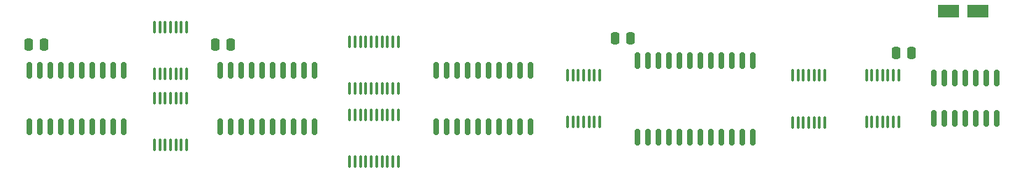
<source format=gbr>
%TF.GenerationSoftware,KiCad,Pcbnew,(6.0.0-0)*%
%TF.CreationDate,2022-01-17T13:46:18-05:00*%
%TF.ProjectId,Control_and_Output,436f6e74-726f-46c5-9f61-6e645f4f7574,rev?*%
%TF.SameCoordinates,Original*%
%TF.FileFunction,Paste,Top*%
%TF.FilePolarity,Positive*%
%FSLAX46Y46*%
G04 Gerber Fmt 4.6, Leading zero omitted, Abs format (unit mm)*
G04 Created by KiCad (PCBNEW (6.0.0-0)) date 2022-01-17 13:46:18*
%MOMM*%
%LPD*%
G01*
G04 APERTURE LIST*
G04 Aperture macros list*
%AMRoundRect*
0 Rectangle with rounded corners*
0 $1 Rounding radius*
0 $2 $3 $4 $5 $6 $7 $8 $9 X,Y pos of 4 corners*
0 Add a 4 corners polygon primitive as box body*
4,1,4,$2,$3,$4,$5,$6,$7,$8,$9,$2,$3,0*
0 Add four circle primitives for the rounded corners*
1,1,$1+$1,$2,$3*
1,1,$1+$1,$4,$5*
1,1,$1+$1,$6,$7*
1,1,$1+$1,$8,$9*
0 Add four rect primitives between the rounded corners*
20,1,$1+$1,$2,$3,$4,$5,0*
20,1,$1+$1,$4,$5,$6,$7,0*
20,1,$1+$1,$6,$7,$8,$9,0*
20,1,$1+$1,$8,$9,$2,$3,0*%
G04 Aperture macros list end*
%ADD10RoundRect,0.100000X0.100000X-0.637500X0.100000X0.637500X-0.100000X0.637500X-0.100000X-0.637500X0*%
%ADD11RoundRect,0.150000X0.150000X-0.837500X0.150000X0.837500X-0.150000X0.837500X-0.150000X-0.837500X0*%
%ADD12RoundRect,0.150000X0.150000X-0.825000X0.150000X0.825000X-0.150000X0.825000X-0.150000X-0.825000X0*%
%ADD13RoundRect,0.150000X0.150000X-0.875000X0.150000X0.875000X-0.150000X0.875000X-0.150000X-0.875000X0*%
%ADD14RoundRect,0.250000X0.250000X0.475000X-0.250000X0.475000X-0.250000X-0.475000X0.250000X-0.475000X0*%
%ADD15RoundRect,0.250000X1.050000X0.550000X-1.050000X0.550000X-1.050000X-0.550000X1.050000X-0.550000X0*%
G04 APERTURE END LIST*
D10*
%TO.C,U7*%
X197836000Y-108018500D03*
X198486000Y-108018500D03*
X199136000Y-108018500D03*
X199786000Y-108018500D03*
X200436000Y-108018500D03*
X201086000Y-108018500D03*
X201736000Y-108018500D03*
X201736000Y-102293500D03*
X201086000Y-102293500D03*
X200436000Y-102293500D03*
X199786000Y-102293500D03*
X199136000Y-102293500D03*
X198486000Y-102293500D03*
X197836000Y-102293500D03*
%TD*%
D11*
%TO.C,U2*%
X96393000Y-101693500D03*
X97663000Y-101693500D03*
X98933000Y-101693500D03*
X100203000Y-101693500D03*
X101473000Y-101693500D03*
X102743000Y-101693500D03*
X104013000Y-101693500D03*
X105283000Y-101693500D03*
X106553000Y-101693500D03*
X107823000Y-101693500D03*
X107823000Y-108618500D03*
X106553000Y-108618500D03*
X105283000Y-108618500D03*
X104013000Y-108618500D03*
X102743000Y-108618500D03*
X101473000Y-108618500D03*
X100203000Y-108618500D03*
X98933000Y-108618500D03*
X97663000Y-108618500D03*
X96393000Y-108618500D03*
%TD*%
D12*
%TO.C,U10*%
X206026000Y-107567000D03*
X207296000Y-107567000D03*
X208566000Y-107567000D03*
X209836000Y-107567000D03*
X211106000Y-107567000D03*
X212376000Y-107567000D03*
X213646000Y-107567000D03*
X213646000Y-102617000D03*
X212376000Y-102617000D03*
X211106000Y-102617000D03*
X209836000Y-102617000D03*
X208566000Y-102617000D03*
X207296000Y-102617000D03*
X206026000Y-102617000D03*
%TD*%
D10*
%TO.C,U9*%
X188896000Y-108028500D03*
X189546000Y-108028500D03*
X190196000Y-108028500D03*
X190846000Y-108028500D03*
X191496000Y-108028500D03*
X192146000Y-108028500D03*
X192796000Y-108028500D03*
X192796000Y-102303500D03*
X192146000Y-102303500D03*
X191496000Y-102303500D03*
X190846000Y-102303500D03*
X190196000Y-102303500D03*
X189546000Y-102303500D03*
X188896000Y-102303500D03*
%TD*%
D11*
%TO.C,U4*%
X119573000Y-108618500D03*
X120843000Y-108618500D03*
X122113000Y-108618500D03*
X123383000Y-108618500D03*
X124653000Y-108618500D03*
X125923000Y-108618500D03*
X127193000Y-108618500D03*
X128463000Y-108618500D03*
X129733000Y-108618500D03*
X131003000Y-108618500D03*
X131003000Y-101693500D03*
X129733000Y-101693500D03*
X128463000Y-101693500D03*
X127193000Y-101693500D03*
X125923000Y-101693500D03*
X124653000Y-101693500D03*
X123383000Y-101693500D03*
X122113000Y-101693500D03*
X120843000Y-101693500D03*
X119573000Y-101693500D03*
%TD*%
D10*
%TO.C,U11*%
X135251000Y-112844500D03*
X135901000Y-112844500D03*
X136551000Y-112844500D03*
X137201000Y-112844500D03*
X137851000Y-112844500D03*
X138501000Y-112844500D03*
X139151000Y-112844500D03*
X139801000Y-112844500D03*
X140451000Y-112844500D03*
X141101000Y-112844500D03*
X141101000Y-107119500D03*
X140451000Y-107119500D03*
X139801000Y-107119500D03*
X139151000Y-107119500D03*
X138501000Y-107119500D03*
X137851000Y-107119500D03*
X137201000Y-107119500D03*
X136551000Y-107119500D03*
X135901000Y-107119500D03*
X135251000Y-107119500D03*
%TD*%
%TO.C,U8*%
X161626000Y-108018500D03*
X162276000Y-108018500D03*
X162926000Y-108018500D03*
X163576000Y-108018500D03*
X164226000Y-108018500D03*
X164876000Y-108018500D03*
X165526000Y-108018500D03*
X165526000Y-102293500D03*
X164876000Y-102293500D03*
X164226000Y-102293500D03*
X163576000Y-102293500D03*
X162926000Y-102293500D03*
X162276000Y-102293500D03*
X161626000Y-102293500D03*
%TD*%
%TO.C,U12*%
X111588000Y-110812500D03*
X112238000Y-110812500D03*
X112888000Y-110812500D03*
X113538000Y-110812500D03*
X114188000Y-110812500D03*
X114838000Y-110812500D03*
X115488000Y-110812500D03*
X115488000Y-105087500D03*
X114838000Y-105087500D03*
X114188000Y-105087500D03*
X113538000Y-105087500D03*
X112888000Y-105087500D03*
X112238000Y-105087500D03*
X111588000Y-105087500D03*
%TD*%
D13*
%TO.C,U3*%
X170091000Y-109846000D03*
X171361000Y-109846000D03*
X172631000Y-109846000D03*
X173901000Y-109846000D03*
X175171000Y-109846000D03*
X176441000Y-109846000D03*
X177711000Y-109846000D03*
X178981000Y-109846000D03*
X180251000Y-109846000D03*
X181521000Y-109846000D03*
X182791000Y-109846000D03*
X184061000Y-109846000D03*
X184061000Y-100546000D03*
X182791000Y-100546000D03*
X181521000Y-100546000D03*
X180251000Y-100546000D03*
X178981000Y-100546000D03*
X177711000Y-100546000D03*
X176441000Y-100546000D03*
X175171000Y-100546000D03*
X173901000Y-100546000D03*
X172631000Y-100546000D03*
X171361000Y-100546000D03*
X170091000Y-100546000D03*
%TD*%
D14*
%TO.C,C4*%
X169250000Y-97800000D03*
X167350000Y-97800000D03*
%TD*%
%TO.C,C1*%
X98232000Y-98552000D03*
X96332000Y-98552000D03*
%TD*%
%TO.C,C3*%
X203322000Y-99568000D03*
X201422000Y-99568000D03*
%TD*%
D15*
%TO.C,C5*%
X211350000Y-94488000D03*
X207750000Y-94488000D03*
%TD*%
D10*
%TO.C,U1*%
X111588000Y-102176500D03*
X112238000Y-102176500D03*
X112888000Y-102176500D03*
X113538000Y-102176500D03*
X114188000Y-102176500D03*
X114838000Y-102176500D03*
X115488000Y-102176500D03*
X115488000Y-96451500D03*
X114838000Y-96451500D03*
X114188000Y-96451500D03*
X113538000Y-96451500D03*
X112888000Y-96451500D03*
X112238000Y-96451500D03*
X111588000Y-96451500D03*
%TD*%
%TO.C,U5*%
X135251000Y-103954500D03*
X135901000Y-103954500D03*
X136551000Y-103954500D03*
X137201000Y-103954500D03*
X137851000Y-103954500D03*
X138501000Y-103954500D03*
X139151000Y-103954500D03*
X139801000Y-103954500D03*
X140451000Y-103954500D03*
X141101000Y-103954500D03*
X141101000Y-98229500D03*
X140451000Y-98229500D03*
X139801000Y-98229500D03*
X139151000Y-98229500D03*
X138501000Y-98229500D03*
X137851000Y-98229500D03*
X137201000Y-98229500D03*
X136551000Y-98229500D03*
X135901000Y-98229500D03*
X135251000Y-98229500D03*
%TD*%
D11*
%TO.C,U6*%
X145669000Y-108618500D03*
X146939000Y-108618500D03*
X148209000Y-108618500D03*
X149479000Y-108618500D03*
X150749000Y-108618500D03*
X152019000Y-108618500D03*
X153289000Y-108618500D03*
X154559000Y-108618500D03*
X155829000Y-108618500D03*
X157099000Y-108618500D03*
X157099000Y-101693500D03*
X155829000Y-101693500D03*
X154559000Y-101693500D03*
X153289000Y-101693500D03*
X152019000Y-101693500D03*
X150749000Y-101693500D03*
X149479000Y-101693500D03*
X148209000Y-101693500D03*
X146939000Y-101693500D03*
X145669000Y-101693500D03*
%TD*%
D14*
%TO.C,C2*%
X120838000Y-98552000D03*
X118938000Y-98552000D03*
%TD*%
M02*

</source>
